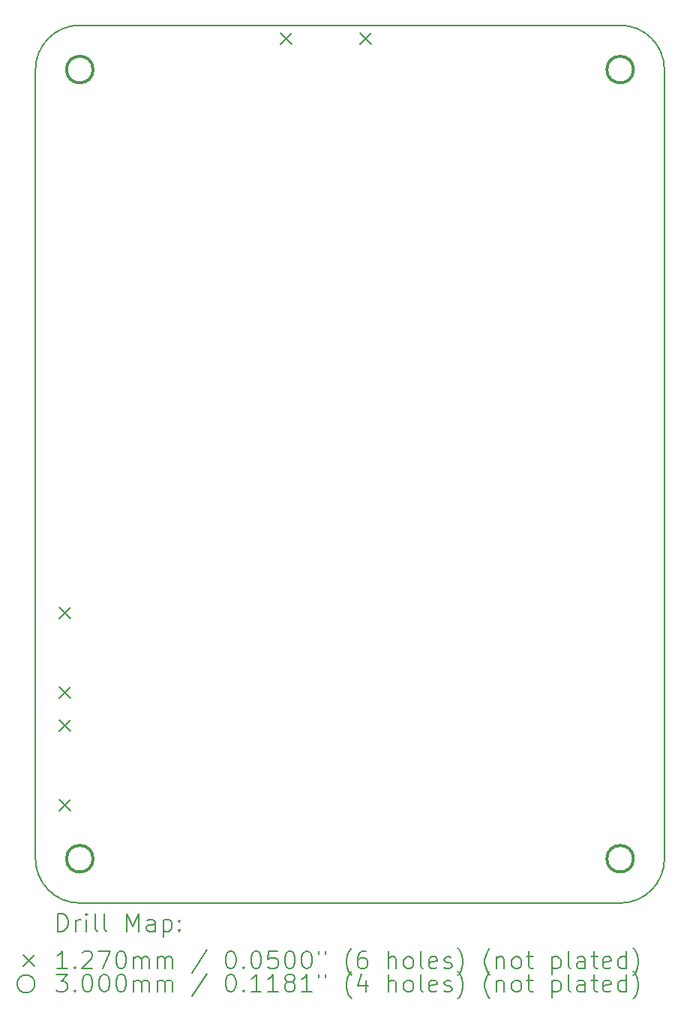
<source format=gbr>
%TF.GenerationSoftware,KiCad,Pcbnew,8.0.1*%
%TF.CreationDate,2024-04-15T13:35:22-05:00*%
%TF.ProjectId,Power-Secondary,506f7765-722d-4536-9563-6f6e64617279,rev?*%
%TF.SameCoordinates,Original*%
%TF.FileFunction,Drillmap*%
%TF.FilePolarity,Positive*%
%FSLAX45Y45*%
G04 Gerber Fmt 4.5, Leading zero omitted, Abs format (unit mm)*
G04 Created by KiCad (PCBNEW 8.0.1) date 2024-04-15 13:35:22*
%MOMM*%
%LPD*%
G01*
G04 APERTURE LIST*
%ADD10C,0.150000*%
%ADD11C,0.200000*%
%ADD12C,0.127000*%
%ADD13C,0.300000*%
G04 APERTURE END LIST*
D10*
X22100000Y-2850000D02*
X22100000Y-11750000D01*
X21600000Y-2350000D02*
G75*
G02*
X22100000Y-2850000I0J-500000D01*
G01*
X21600000Y-12250000D02*
X15500000Y-12250000D01*
X15000000Y-2850000D02*
X15000000Y-11750000D01*
X22100000Y-11750000D02*
G75*
G02*
X21600000Y-12250000I-500000J0D01*
G01*
X15500000Y-12250000D02*
G75*
G02*
X15000000Y-11750000I0J500000D01*
G01*
X15500000Y-2350000D02*
X21600000Y-2350000D01*
X15000000Y-2850000D02*
G75*
G02*
X15500000Y-2350000I500000J0D01*
G01*
D11*
D12*
X15265500Y-8911500D02*
X15392500Y-9038500D01*
X15392500Y-8911500D02*
X15265500Y-9038500D01*
X15265500Y-9811500D02*
X15392500Y-9938500D01*
X15392500Y-9811500D02*
X15265500Y-9938500D01*
X15265500Y-10186500D02*
X15392500Y-10313500D01*
X15392500Y-10186500D02*
X15265500Y-10313500D01*
X15265500Y-11086500D02*
X15392500Y-11213500D01*
X15392500Y-11086500D02*
X15265500Y-11213500D01*
X17766500Y-2440500D02*
X17893500Y-2567500D01*
X17893500Y-2440500D02*
X17766500Y-2567500D01*
X18666500Y-2440500D02*
X18793500Y-2567500D01*
X18793500Y-2440500D02*
X18666500Y-2567500D01*
D13*
X15650000Y-2850000D02*
G75*
G02*
X15350000Y-2850000I-150000J0D01*
G01*
X15350000Y-2850000D02*
G75*
G02*
X15650000Y-2850000I150000J0D01*
G01*
X15650000Y-11750000D02*
G75*
G02*
X15350000Y-11750000I-150000J0D01*
G01*
X15350000Y-11750000D02*
G75*
G02*
X15650000Y-11750000I150000J0D01*
G01*
X21750000Y-2850000D02*
G75*
G02*
X21450000Y-2850000I-150000J0D01*
G01*
X21450000Y-2850000D02*
G75*
G02*
X21750000Y-2850000I150000J0D01*
G01*
X21750000Y-11750000D02*
G75*
G02*
X21450000Y-11750000I-150000J0D01*
G01*
X21450000Y-11750000D02*
G75*
G02*
X21750000Y-11750000I150000J0D01*
G01*
D11*
X15253277Y-12568984D02*
X15253277Y-12368984D01*
X15253277Y-12368984D02*
X15300896Y-12368984D01*
X15300896Y-12368984D02*
X15329467Y-12378508D01*
X15329467Y-12378508D02*
X15348515Y-12397555D01*
X15348515Y-12397555D02*
X15358039Y-12416603D01*
X15358039Y-12416603D02*
X15367562Y-12454698D01*
X15367562Y-12454698D02*
X15367562Y-12483269D01*
X15367562Y-12483269D02*
X15358039Y-12521365D01*
X15358039Y-12521365D02*
X15348515Y-12540412D01*
X15348515Y-12540412D02*
X15329467Y-12559460D01*
X15329467Y-12559460D02*
X15300896Y-12568984D01*
X15300896Y-12568984D02*
X15253277Y-12568984D01*
X15453277Y-12568984D02*
X15453277Y-12435650D01*
X15453277Y-12473746D02*
X15462801Y-12454698D01*
X15462801Y-12454698D02*
X15472324Y-12445174D01*
X15472324Y-12445174D02*
X15491372Y-12435650D01*
X15491372Y-12435650D02*
X15510420Y-12435650D01*
X15577086Y-12568984D02*
X15577086Y-12435650D01*
X15577086Y-12368984D02*
X15567562Y-12378508D01*
X15567562Y-12378508D02*
X15577086Y-12388031D01*
X15577086Y-12388031D02*
X15586610Y-12378508D01*
X15586610Y-12378508D02*
X15577086Y-12368984D01*
X15577086Y-12368984D02*
X15577086Y-12388031D01*
X15700896Y-12568984D02*
X15681848Y-12559460D01*
X15681848Y-12559460D02*
X15672324Y-12540412D01*
X15672324Y-12540412D02*
X15672324Y-12368984D01*
X15805658Y-12568984D02*
X15786610Y-12559460D01*
X15786610Y-12559460D02*
X15777086Y-12540412D01*
X15777086Y-12540412D02*
X15777086Y-12368984D01*
X16034229Y-12568984D02*
X16034229Y-12368984D01*
X16034229Y-12368984D02*
X16100896Y-12511841D01*
X16100896Y-12511841D02*
X16167562Y-12368984D01*
X16167562Y-12368984D02*
X16167562Y-12568984D01*
X16348515Y-12568984D02*
X16348515Y-12464222D01*
X16348515Y-12464222D02*
X16338991Y-12445174D01*
X16338991Y-12445174D02*
X16319943Y-12435650D01*
X16319943Y-12435650D02*
X16281848Y-12435650D01*
X16281848Y-12435650D02*
X16262801Y-12445174D01*
X16348515Y-12559460D02*
X16329467Y-12568984D01*
X16329467Y-12568984D02*
X16281848Y-12568984D01*
X16281848Y-12568984D02*
X16262801Y-12559460D01*
X16262801Y-12559460D02*
X16253277Y-12540412D01*
X16253277Y-12540412D02*
X16253277Y-12521365D01*
X16253277Y-12521365D02*
X16262801Y-12502317D01*
X16262801Y-12502317D02*
X16281848Y-12492793D01*
X16281848Y-12492793D02*
X16329467Y-12492793D01*
X16329467Y-12492793D02*
X16348515Y-12483269D01*
X16443753Y-12435650D02*
X16443753Y-12635650D01*
X16443753Y-12445174D02*
X16462801Y-12435650D01*
X16462801Y-12435650D02*
X16500896Y-12435650D01*
X16500896Y-12435650D02*
X16519943Y-12445174D01*
X16519943Y-12445174D02*
X16529467Y-12454698D01*
X16529467Y-12454698D02*
X16538991Y-12473746D01*
X16538991Y-12473746D02*
X16538991Y-12530888D01*
X16538991Y-12530888D02*
X16529467Y-12549936D01*
X16529467Y-12549936D02*
X16519943Y-12559460D01*
X16519943Y-12559460D02*
X16500896Y-12568984D01*
X16500896Y-12568984D02*
X16462801Y-12568984D01*
X16462801Y-12568984D02*
X16443753Y-12559460D01*
X16624705Y-12549936D02*
X16634229Y-12559460D01*
X16634229Y-12559460D02*
X16624705Y-12568984D01*
X16624705Y-12568984D02*
X16615182Y-12559460D01*
X16615182Y-12559460D02*
X16624705Y-12549936D01*
X16624705Y-12549936D02*
X16624705Y-12568984D01*
X16624705Y-12445174D02*
X16634229Y-12454698D01*
X16634229Y-12454698D02*
X16624705Y-12464222D01*
X16624705Y-12464222D02*
X16615182Y-12454698D01*
X16615182Y-12454698D02*
X16624705Y-12445174D01*
X16624705Y-12445174D02*
X16624705Y-12464222D01*
D12*
X14865500Y-12834000D02*
X14992500Y-12961000D01*
X14992500Y-12834000D02*
X14865500Y-12961000D01*
D11*
X15358039Y-12988984D02*
X15243753Y-12988984D01*
X15300896Y-12988984D02*
X15300896Y-12788984D01*
X15300896Y-12788984D02*
X15281848Y-12817555D01*
X15281848Y-12817555D02*
X15262801Y-12836603D01*
X15262801Y-12836603D02*
X15243753Y-12846127D01*
X15443753Y-12969936D02*
X15453277Y-12979460D01*
X15453277Y-12979460D02*
X15443753Y-12988984D01*
X15443753Y-12988984D02*
X15434229Y-12979460D01*
X15434229Y-12979460D02*
X15443753Y-12969936D01*
X15443753Y-12969936D02*
X15443753Y-12988984D01*
X15529467Y-12808031D02*
X15538991Y-12798508D01*
X15538991Y-12798508D02*
X15558039Y-12788984D01*
X15558039Y-12788984D02*
X15605658Y-12788984D01*
X15605658Y-12788984D02*
X15624705Y-12798508D01*
X15624705Y-12798508D02*
X15634229Y-12808031D01*
X15634229Y-12808031D02*
X15643753Y-12827079D01*
X15643753Y-12827079D02*
X15643753Y-12846127D01*
X15643753Y-12846127D02*
X15634229Y-12874698D01*
X15634229Y-12874698D02*
X15519943Y-12988984D01*
X15519943Y-12988984D02*
X15643753Y-12988984D01*
X15710420Y-12788984D02*
X15843753Y-12788984D01*
X15843753Y-12788984D02*
X15758039Y-12988984D01*
X15958039Y-12788984D02*
X15977086Y-12788984D01*
X15977086Y-12788984D02*
X15996134Y-12798508D01*
X15996134Y-12798508D02*
X16005658Y-12808031D01*
X16005658Y-12808031D02*
X16015182Y-12827079D01*
X16015182Y-12827079D02*
X16024705Y-12865174D01*
X16024705Y-12865174D02*
X16024705Y-12912793D01*
X16024705Y-12912793D02*
X16015182Y-12950888D01*
X16015182Y-12950888D02*
X16005658Y-12969936D01*
X16005658Y-12969936D02*
X15996134Y-12979460D01*
X15996134Y-12979460D02*
X15977086Y-12988984D01*
X15977086Y-12988984D02*
X15958039Y-12988984D01*
X15958039Y-12988984D02*
X15938991Y-12979460D01*
X15938991Y-12979460D02*
X15929467Y-12969936D01*
X15929467Y-12969936D02*
X15919943Y-12950888D01*
X15919943Y-12950888D02*
X15910420Y-12912793D01*
X15910420Y-12912793D02*
X15910420Y-12865174D01*
X15910420Y-12865174D02*
X15919943Y-12827079D01*
X15919943Y-12827079D02*
X15929467Y-12808031D01*
X15929467Y-12808031D02*
X15938991Y-12798508D01*
X15938991Y-12798508D02*
X15958039Y-12788984D01*
X16110420Y-12988984D02*
X16110420Y-12855650D01*
X16110420Y-12874698D02*
X16119943Y-12865174D01*
X16119943Y-12865174D02*
X16138991Y-12855650D01*
X16138991Y-12855650D02*
X16167563Y-12855650D01*
X16167563Y-12855650D02*
X16186610Y-12865174D01*
X16186610Y-12865174D02*
X16196134Y-12884222D01*
X16196134Y-12884222D02*
X16196134Y-12988984D01*
X16196134Y-12884222D02*
X16205658Y-12865174D01*
X16205658Y-12865174D02*
X16224705Y-12855650D01*
X16224705Y-12855650D02*
X16253277Y-12855650D01*
X16253277Y-12855650D02*
X16272324Y-12865174D01*
X16272324Y-12865174D02*
X16281848Y-12884222D01*
X16281848Y-12884222D02*
X16281848Y-12988984D01*
X16377086Y-12988984D02*
X16377086Y-12855650D01*
X16377086Y-12874698D02*
X16386610Y-12865174D01*
X16386610Y-12865174D02*
X16405658Y-12855650D01*
X16405658Y-12855650D02*
X16434229Y-12855650D01*
X16434229Y-12855650D02*
X16453277Y-12865174D01*
X16453277Y-12865174D02*
X16462801Y-12884222D01*
X16462801Y-12884222D02*
X16462801Y-12988984D01*
X16462801Y-12884222D02*
X16472324Y-12865174D01*
X16472324Y-12865174D02*
X16491372Y-12855650D01*
X16491372Y-12855650D02*
X16519943Y-12855650D01*
X16519943Y-12855650D02*
X16538991Y-12865174D01*
X16538991Y-12865174D02*
X16548515Y-12884222D01*
X16548515Y-12884222D02*
X16548515Y-12988984D01*
X16938991Y-12779460D02*
X16767563Y-13036603D01*
X17196134Y-12788984D02*
X17215182Y-12788984D01*
X17215182Y-12788984D02*
X17234229Y-12798508D01*
X17234229Y-12798508D02*
X17243753Y-12808031D01*
X17243753Y-12808031D02*
X17253277Y-12827079D01*
X17253277Y-12827079D02*
X17262801Y-12865174D01*
X17262801Y-12865174D02*
X17262801Y-12912793D01*
X17262801Y-12912793D02*
X17253277Y-12950888D01*
X17253277Y-12950888D02*
X17243753Y-12969936D01*
X17243753Y-12969936D02*
X17234229Y-12979460D01*
X17234229Y-12979460D02*
X17215182Y-12988984D01*
X17215182Y-12988984D02*
X17196134Y-12988984D01*
X17196134Y-12988984D02*
X17177087Y-12979460D01*
X17177087Y-12979460D02*
X17167563Y-12969936D01*
X17167563Y-12969936D02*
X17158039Y-12950888D01*
X17158039Y-12950888D02*
X17148515Y-12912793D01*
X17148515Y-12912793D02*
X17148515Y-12865174D01*
X17148515Y-12865174D02*
X17158039Y-12827079D01*
X17158039Y-12827079D02*
X17167563Y-12808031D01*
X17167563Y-12808031D02*
X17177087Y-12798508D01*
X17177087Y-12798508D02*
X17196134Y-12788984D01*
X17348515Y-12969936D02*
X17358039Y-12979460D01*
X17358039Y-12979460D02*
X17348515Y-12988984D01*
X17348515Y-12988984D02*
X17338991Y-12979460D01*
X17338991Y-12979460D02*
X17348515Y-12969936D01*
X17348515Y-12969936D02*
X17348515Y-12988984D01*
X17481848Y-12788984D02*
X17500896Y-12788984D01*
X17500896Y-12788984D02*
X17519944Y-12798508D01*
X17519944Y-12798508D02*
X17529468Y-12808031D01*
X17529468Y-12808031D02*
X17538991Y-12827079D01*
X17538991Y-12827079D02*
X17548515Y-12865174D01*
X17548515Y-12865174D02*
X17548515Y-12912793D01*
X17548515Y-12912793D02*
X17538991Y-12950888D01*
X17538991Y-12950888D02*
X17529468Y-12969936D01*
X17529468Y-12969936D02*
X17519944Y-12979460D01*
X17519944Y-12979460D02*
X17500896Y-12988984D01*
X17500896Y-12988984D02*
X17481848Y-12988984D01*
X17481848Y-12988984D02*
X17462801Y-12979460D01*
X17462801Y-12979460D02*
X17453277Y-12969936D01*
X17453277Y-12969936D02*
X17443753Y-12950888D01*
X17443753Y-12950888D02*
X17434229Y-12912793D01*
X17434229Y-12912793D02*
X17434229Y-12865174D01*
X17434229Y-12865174D02*
X17443753Y-12827079D01*
X17443753Y-12827079D02*
X17453277Y-12808031D01*
X17453277Y-12808031D02*
X17462801Y-12798508D01*
X17462801Y-12798508D02*
X17481848Y-12788984D01*
X17729468Y-12788984D02*
X17634229Y-12788984D01*
X17634229Y-12788984D02*
X17624706Y-12884222D01*
X17624706Y-12884222D02*
X17634229Y-12874698D01*
X17634229Y-12874698D02*
X17653277Y-12865174D01*
X17653277Y-12865174D02*
X17700896Y-12865174D01*
X17700896Y-12865174D02*
X17719944Y-12874698D01*
X17719944Y-12874698D02*
X17729468Y-12884222D01*
X17729468Y-12884222D02*
X17738991Y-12903269D01*
X17738991Y-12903269D02*
X17738991Y-12950888D01*
X17738991Y-12950888D02*
X17729468Y-12969936D01*
X17729468Y-12969936D02*
X17719944Y-12979460D01*
X17719944Y-12979460D02*
X17700896Y-12988984D01*
X17700896Y-12988984D02*
X17653277Y-12988984D01*
X17653277Y-12988984D02*
X17634229Y-12979460D01*
X17634229Y-12979460D02*
X17624706Y-12969936D01*
X17862801Y-12788984D02*
X17881849Y-12788984D01*
X17881849Y-12788984D02*
X17900896Y-12798508D01*
X17900896Y-12798508D02*
X17910420Y-12808031D01*
X17910420Y-12808031D02*
X17919944Y-12827079D01*
X17919944Y-12827079D02*
X17929468Y-12865174D01*
X17929468Y-12865174D02*
X17929468Y-12912793D01*
X17929468Y-12912793D02*
X17919944Y-12950888D01*
X17919944Y-12950888D02*
X17910420Y-12969936D01*
X17910420Y-12969936D02*
X17900896Y-12979460D01*
X17900896Y-12979460D02*
X17881849Y-12988984D01*
X17881849Y-12988984D02*
X17862801Y-12988984D01*
X17862801Y-12988984D02*
X17843753Y-12979460D01*
X17843753Y-12979460D02*
X17834229Y-12969936D01*
X17834229Y-12969936D02*
X17824706Y-12950888D01*
X17824706Y-12950888D02*
X17815182Y-12912793D01*
X17815182Y-12912793D02*
X17815182Y-12865174D01*
X17815182Y-12865174D02*
X17824706Y-12827079D01*
X17824706Y-12827079D02*
X17834229Y-12808031D01*
X17834229Y-12808031D02*
X17843753Y-12798508D01*
X17843753Y-12798508D02*
X17862801Y-12788984D01*
X18053277Y-12788984D02*
X18072325Y-12788984D01*
X18072325Y-12788984D02*
X18091372Y-12798508D01*
X18091372Y-12798508D02*
X18100896Y-12808031D01*
X18100896Y-12808031D02*
X18110420Y-12827079D01*
X18110420Y-12827079D02*
X18119944Y-12865174D01*
X18119944Y-12865174D02*
X18119944Y-12912793D01*
X18119944Y-12912793D02*
X18110420Y-12950888D01*
X18110420Y-12950888D02*
X18100896Y-12969936D01*
X18100896Y-12969936D02*
X18091372Y-12979460D01*
X18091372Y-12979460D02*
X18072325Y-12988984D01*
X18072325Y-12988984D02*
X18053277Y-12988984D01*
X18053277Y-12988984D02*
X18034229Y-12979460D01*
X18034229Y-12979460D02*
X18024706Y-12969936D01*
X18024706Y-12969936D02*
X18015182Y-12950888D01*
X18015182Y-12950888D02*
X18005658Y-12912793D01*
X18005658Y-12912793D02*
X18005658Y-12865174D01*
X18005658Y-12865174D02*
X18015182Y-12827079D01*
X18015182Y-12827079D02*
X18024706Y-12808031D01*
X18024706Y-12808031D02*
X18034229Y-12798508D01*
X18034229Y-12798508D02*
X18053277Y-12788984D01*
X18196134Y-12788984D02*
X18196134Y-12827079D01*
X18272325Y-12788984D02*
X18272325Y-12827079D01*
X18567563Y-13065174D02*
X18558039Y-13055650D01*
X18558039Y-13055650D02*
X18538991Y-13027079D01*
X18538991Y-13027079D02*
X18529468Y-13008031D01*
X18529468Y-13008031D02*
X18519944Y-12979460D01*
X18519944Y-12979460D02*
X18510420Y-12931841D01*
X18510420Y-12931841D02*
X18510420Y-12893746D01*
X18510420Y-12893746D02*
X18519944Y-12846127D01*
X18519944Y-12846127D02*
X18529468Y-12817555D01*
X18529468Y-12817555D02*
X18538991Y-12798508D01*
X18538991Y-12798508D02*
X18558039Y-12769936D01*
X18558039Y-12769936D02*
X18567563Y-12760412D01*
X18729468Y-12788984D02*
X18691372Y-12788984D01*
X18691372Y-12788984D02*
X18672325Y-12798508D01*
X18672325Y-12798508D02*
X18662801Y-12808031D01*
X18662801Y-12808031D02*
X18643753Y-12836603D01*
X18643753Y-12836603D02*
X18634230Y-12874698D01*
X18634230Y-12874698D02*
X18634230Y-12950888D01*
X18634230Y-12950888D02*
X18643753Y-12969936D01*
X18643753Y-12969936D02*
X18653277Y-12979460D01*
X18653277Y-12979460D02*
X18672325Y-12988984D01*
X18672325Y-12988984D02*
X18710420Y-12988984D01*
X18710420Y-12988984D02*
X18729468Y-12979460D01*
X18729468Y-12979460D02*
X18738991Y-12969936D01*
X18738991Y-12969936D02*
X18748515Y-12950888D01*
X18748515Y-12950888D02*
X18748515Y-12903269D01*
X18748515Y-12903269D02*
X18738991Y-12884222D01*
X18738991Y-12884222D02*
X18729468Y-12874698D01*
X18729468Y-12874698D02*
X18710420Y-12865174D01*
X18710420Y-12865174D02*
X18672325Y-12865174D01*
X18672325Y-12865174D02*
X18653277Y-12874698D01*
X18653277Y-12874698D02*
X18643753Y-12884222D01*
X18643753Y-12884222D02*
X18634230Y-12903269D01*
X18986611Y-12988984D02*
X18986611Y-12788984D01*
X19072325Y-12988984D02*
X19072325Y-12884222D01*
X19072325Y-12884222D02*
X19062801Y-12865174D01*
X19062801Y-12865174D02*
X19043753Y-12855650D01*
X19043753Y-12855650D02*
X19015182Y-12855650D01*
X19015182Y-12855650D02*
X18996134Y-12865174D01*
X18996134Y-12865174D02*
X18986611Y-12874698D01*
X19196134Y-12988984D02*
X19177087Y-12979460D01*
X19177087Y-12979460D02*
X19167563Y-12969936D01*
X19167563Y-12969936D02*
X19158039Y-12950888D01*
X19158039Y-12950888D02*
X19158039Y-12893746D01*
X19158039Y-12893746D02*
X19167563Y-12874698D01*
X19167563Y-12874698D02*
X19177087Y-12865174D01*
X19177087Y-12865174D02*
X19196134Y-12855650D01*
X19196134Y-12855650D02*
X19224706Y-12855650D01*
X19224706Y-12855650D02*
X19243753Y-12865174D01*
X19243753Y-12865174D02*
X19253277Y-12874698D01*
X19253277Y-12874698D02*
X19262801Y-12893746D01*
X19262801Y-12893746D02*
X19262801Y-12950888D01*
X19262801Y-12950888D02*
X19253277Y-12969936D01*
X19253277Y-12969936D02*
X19243753Y-12979460D01*
X19243753Y-12979460D02*
X19224706Y-12988984D01*
X19224706Y-12988984D02*
X19196134Y-12988984D01*
X19377087Y-12988984D02*
X19358039Y-12979460D01*
X19358039Y-12979460D02*
X19348515Y-12960412D01*
X19348515Y-12960412D02*
X19348515Y-12788984D01*
X19529468Y-12979460D02*
X19510420Y-12988984D01*
X19510420Y-12988984D02*
X19472325Y-12988984D01*
X19472325Y-12988984D02*
X19453277Y-12979460D01*
X19453277Y-12979460D02*
X19443753Y-12960412D01*
X19443753Y-12960412D02*
X19443753Y-12884222D01*
X19443753Y-12884222D02*
X19453277Y-12865174D01*
X19453277Y-12865174D02*
X19472325Y-12855650D01*
X19472325Y-12855650D02*
X19510420Y-12855650D01*
X19510420Y-12855650D02*
X19529468Y-12865174D01*
X19529468Y-12865174D02*
X19538992Y-12884222D01*
X19538992Y-12884222D02*
X19538992Y-12903269D01*
X19538992Y-12903269D02*
X19443753Y-12922317D01*
X19615182Y-12979460D02*
X19634230Y-12988984D01*
X19634230Y-12988984D02*
X19672325Y-12988984D01*
X19672325Y-12988984D02*
X19691373Y-12979460D01*
X19691373Y-12979460D02*
X19700896Y-12960412D01*
X19700896Y-12960412D02*
X19700896Y-12950888D01*
X19700896Y-12950888D02*
X19691373Y-12931841D01*
X19691373Y-12931841D02*
X19672325Y-12922317D01*
X19672325Y-12922317D02*
X19643753Y-12922317D01*
X19643753Y-12922317D02*
X19624706Y-12912793D01*
X19624706Y-12912793D02*
X19615182Y-12893746D01*
X19615182Y-12893746D02*
X19615182Y-12884222D01*
X19615182Y-12884222D02*
X19624706Y-12865174D01*
X19624706Y-12865174D02*
X19643753Y-12855650D01*
X19643753Y-12855650D02*
X19672325Y-12855650D01*
X19672325Y-12855650D02*
X19691373Y-12865174D01*
X19767563Y-13065174D02*
X19777087Y-13055650D01*
X19777087Y-13055650D02*
X19796134Y-13027079D01*
X19796134Y-13027079D02*
X19805658Y-13008031D01*
X19805658Y-13008031D02*
X19815182Y-12979460D01*
X19815182Y-12979460D02*
X19824706Y-12931841D01*
X19824706Y-12931841D02*
X19824706Y-12893746D01*
X19824706Y-12893746D02*
X19815182Y-12846127D01*
X19815182Y-12846127D02*
X19805658Y-12817555D01*
X19805658Y-12817555D02*
X19796134Y-12798508D01*
X19796134Y-12798508D02*
X19777087Y-12769936D01*
X19777087Y-12769936D02*
X19767563Y-12760412D01*
X20129468Y-13065174D02*
X20119944Y-13055650D01*
X20119944Y-13055650D02*
X20100896Y-13027079D01*
X20100896Y-13027079D02*
X20091373Y-13008031D01*
X20091373Y-13008031D02*
X20081849Y-12979460D01*
X20081849Y-12979460D02*
X20072325Y-12931841D01*
X20072325Y-12931841D02*
X20072325Y-12893746D01*
X20072325Y-12893746D02*
X20081849Y-12846127D01*
X20081849Y-12846127D02*
X20091373Y-12817555D01*
X20091373Y-12817555D02*
X20100896Y-12798508D01*
X20100896Y-12798508D02*
X20119944Y-12769936D01*
X20119944Y-12769936D02*
X20129468Y-12760412D01*
X20205658Y-12855650D02*
X20205658Y-12988984D01*
X20205658Y-12874698D02*
X20215182Y-12865174D01*
X20215182Y-12865174D02*
X20234230Y-12855650D01*
X20234230Y-12855650D02*
X20262801Y-12855650D01*
X20262801Y-12855650D02*
X20281849Y-12865174D01*
X20281849Y-12865174D02*
X20291373Y-12884222D01*
X20291373Y-12884222D02*
X20291373Y-12988984D01*
X20415182Y-12988984D02*
X20396134Y-12979460D01*
X20396134Y-12979460D02*
X20386611Y-12969936D01*
X20386611Y-12969936D02*
X20377087Y-12950888D01*
X20377087Y-12950888D02*
X20377087Y-12893746D01*
X20377087Y-12893746D02*
X20386611Y-12874698D01*
X20386611Y-12874698D02*
X20396134Y-12865174D01*
X20396134Y-12865174D02*
X20415182Y-12855650D01*
X20415182Y-12855650D02*
X20443754Y-12855650D01*
X20443754Y-12855650D02*
X20462801Y-12865174D01*
X20462801Y-12865174D02*
X20472325Y-12874698D01*
X20472325Y-12874698D02*
X20481849Y-12893746D01*
X20481849Y-12893746D02*
X20481849Y-12950888D01*
X20481849Y-12950888D02*
X20472325Y-12969936D01*
X20472325Y-12969936D02*
X20462801Y-12979460D01*
X20462801Y-12979460D02*
X20443754Y-12988984D01*
X20443754Y-12988984D02*
X20415182Y-12988984D01*
X20538992Y-12855650D02*
X20615182Y-12855650D01*
X20567563Y-12788984D02*
X20567563Y-12960412D01*
X20567563Y-12960412D02*
X20577087Y-12979460D01*
X20577087Y-12979460D02*
X20596134Y-12988984D01*
X20596134Y-12988984D02*
X20615182Y-12988984D01*
X20834230Y-12855650D02*
X20834230Y-13055650D01*
X20834230Y-12865174D02*
X20853277Y-12855650D01*
X20853277Y-12855650D02*
X20891373Y-12855650D01*
X20891373Y-12855650D02*
X20910420Y-12865174D01*
X20910420Y-12865174D02*
X20919944Y-12874698D01*
X20919944Y-12874698D02*
X20929468Y-12893746D01*
X20929468Y-12893746D02*
X20929468Y-12950888D01*
X20929468Y-12950888D02*
X20919944Y-12969936D01*
X20919944Y-12969936D02*
X20910420Y-12979460D01*
X20910420Y-12979460D02*
X20891373Y-12988984D01*
X20891373Y-12988984D02*
X20853277Y-12988984D01*
X20853277Y-12988984D02*
X20834230Y-12979460D01*
X21043754Y-12988984D02*
X21024706Y-12979460D01*
X21024706Y-12979460D02*
X21015182Y-12960412D01*
X21015182Y-12960412D02*
X21015182Y-12788984D01*
X21205658Y-12988984D02*
X21205658Y-12884222D01*
X21205658Y-12884222D02*
X21196135Y-12865174D01*
X21196135Y-12865174D02*
X21177087Y-12855650D01*
X21177087Y-12855650D02*
X21138992Y-12855650D01*
X21138992Y-12855650D02*
X21119944Y-12865174D01*
X21205658Y-12979460D02*
X21186611Y-12988984D01*
X21186611Y-12988984D02*
X21138992Y-12988984D01*
X21138992Y-12988984D02*
X21119944Y-12979460D01*
X21119944Y-12979460D02*
X21110420Y-12960412D01*
X21110420Y-12960412D02*
X21110420Y-12941365D01*
X21110420Y-12941365D02*
X21119944Y-12922317D01*
X21119944Y-12922317D02*
X21138992Y-12912793D01*
X21138992Y-12912793D02*
X21186611Y-12912793D01*
X21186611Y-12912793D02*
X21205658Y-12903269D01*
X21272325Y-12855650D02*
X21348515Y-12855650D01*
X21300896Y-12788984D02*
X21300896Y-12960412D01*
X21300896Y-12960412D02*
X21310420Y-12979460D01*
X21310420Y-12979460D02*
X21329468Y-12988984D01*
X21329468Y-12988984D02*
X21348515Y-12988984D01*
X21491373Y-12979460D02*
X21472325Y-12988984D01*
X21472325Y-12988984D02*
X21434230Y-12988984D01*
X21434230Y-12988984D02*
X21415182Y-12979460D01*
X21415182Y-12979460D02*
X21405658Y-12960412D01*
X21405658Y-12960412D02*
X21405658Y-12884222D01*
X21405658Y-12884222D02*
X21415182Y-12865174D01*
X21415182Y-12865174D02*
X21434230Y-12855650D01*
X21434230Y-12855650D02*
X21472325Y-12855650D01*
X21472325Y-12855650D02*
X21491373Y-12865174D01*
X21491373Y-12865174D02*
X21500896Y-12884222D01*
X21500896Y-12884222D02*
X21500896Y-12903269D01*
X21500896Y-12903269D02*
X21405658Y-12922317D01*
X21672325Y-12988984D02*
X21672325Y-12788984D01*
X21672325Y-12979460D02*
X21653277Y-12988984D01*
X21653277Y-12988984D02*
X21615182Y-12988984D01*
X21615182Y-12988984D02*
X21596135Y-12979460D01*
X21596135Y-12979460D02*
X21586611Y-12969936D01*
X21586611Y-12969936D02*
X21577087Y-12950888D01*
X21577087Y-12950888D02*
X21577087Y-12893746D01*
X21577087Y-12893746D02*
X21586611Y-12874698D01*
X21586611Y-12874698D02*
X21596135Y-12865174D01*
X21596135Y-12865174D02*
X21615182Y-12855650D01*
X21615182Y-12855650D02*
X21653277Y-12855650D01*
X21653277Y-12855650D02*
X21672325Y-12865174D01*
X21748516Y-13065174D02*
X21758039Y-13055650D01*
X21758039Y-13055650D02*
X21777087Y-13027079D01*
X21777087Y-13027079D02*
X21786611Y-13008031D01*
X21786611Y-13008031D02*
X21796135Y-12979460D01*
X21796135Y-12979460D02*
X21805658Y-12931841D01*
X21805658Y-12931841D02*
X21805658Y-12893746D01*
X21805658Y-12893746D02*
X21796135Y-12846127D01*
X21796135Y-12846127D02*
X21786611Y-12817555D01*
X21786611Y-12817555D02*
X21777087Y-12798508D01*
X21777087Y-12798508D02*
X21758039Y-12769936D01*
X21758039Y-12769936D02*
X21748516Y-12760412D01*
X14992500Y-13161500D02*
G75*
G02*
X14792500Y-13161500I-100000J0D01*
G01*
X14792500Y-13161500D02*
G75*
G02*
X14992500Y-13161500I100000J0D01*
G01*
X15234229Y-13052984D02*
X15358039Y-13052984D01*
X15358039Y-13052984D02*
X15291372Y-13129174D01*
X15291372Y-13129174D02*
X15319943Y-13129174D01*
X15319943Y-13129174D02*
X15338991Y-13138698D01*
X15338991Y-13138698D02*
X15348515Y-13148222D01*
X15348515Y-13148222D02*
X15358039Y-13167269D01*
X15358039Y-13167269D02*
X15358039Y-13214888D01*
X15358039Y-13214888D02*
X15348515Y-13233936D01*
X15348515Y-13233936D02*
X15338991Y-13243460D01*
X15338991Y-13243460D02*
X15319943Y-13252984D01*
X15319943Y-13252984D02*
X15262801Y-13252984D01*
X15262801Y-13252984D02*
X15243753Y-13243460D01*
X15243753Y-13243460D02*
X15234229Y-13233936D01*
X15443753Y-13233936D02*
X15453277Y-13243460D01*
X15453277Y-13243460D02*
X15443753Y-13252984D01*
X15443753Y-13252984D02*
X15434229Y-13243460D01*
X15434229Y-13243460D02*
X15443753Y-13233936D01*
X15443753Y-13233936D02*
X15443753Y-13252984D01*
X15577086Y-13052984D02*
X15596134Y-13052984D01*
X15596134Y-13052984D02*
X15615182Y-13062508D01*
X15615182Y-13062508D02*
X15624705Y-13072031D01*
X15624705Y-13072031D02*
X15634229Y-13091079D01*
X15634229Y-13091079D02*
X15643753Y-13129174D01*
X15643753Y-13129174D02*
X15643753Y-13176793D01*
X15643753Y-13176793D02*
X15634229Y-13214888D01*
X15634229Y-13214888D02*
X15624705Y-13233936D01*
X15624705Y-13233936D02*
X15615182Y-13243460D01*
X15615182Y-13243460D02*
X15596134Y-13252984D01*
X15596134Y-13252984D02*
X15577086Y-13252984D01*
X15577086Y-13252984D02*
X15558039Y-13243460D01*
X15558039Y-13243460D02*
X15548515Y-13233936D01*
X15548515Y-13233936D02*
X15538991Y-13214888D01*
X15538991Y-13214888D02*
X15529467Y-13176793D01*
X15529467Y-13176793D02*
X15529467Y-13129174D01*
X15529467Y-13129174D02*
X15538991Y-13091079D01*
X15538991Y-13091079D02*
X15548515Y-13072031D01*
X15548515Y-13072031D02*
X15558039Y-13062508D01*
X15558039Y-13062508D02*
X15577086Y-13052984D01*
X15767562Y-13052984D02*
X15786610Y-13052984D01*
X15786610Y-13052984D02*
X15805658Y-13062508D01*
X15805658Y-13062508D02*
X15815182Y-13072031D01*
X15815182Y-13072031D02*
X15824705Y-13091079D01*
X15824705Y-13091079D02*
X15834229Y-13129174D01*
X15834229Y-13129174D02*
X15834229Y-13176793D01*
X15834229Y-13176793D02*
X15824705Y-13214888D01*
X15824705Y-13214888D02*
X15815182Y-13233936D01*
X15815182Y-13233936D02*
X15805658Y-13243460D01*
X15805658Y-13243460D02*
X15786610Y-13252984D01*
X15786610Y-13252984D02*
X15767562Y-13252984D01*
X15767562Y-13252984D02*
X15748515Y-13243460D01*
X15748515Y-13243460D02*
X15738991Y-13233936D01*
X15738991Y-13233936D02*
X15729467Y-13214888D01*
X15729467Y-13214888D02*
X15719943Y-13176793D01*
X15719943Y-13176793D02*
X15719943Y-13129174D01*
X15719943Y-13129174D02*
X15729467Y-13091079D01*
X15729467Y-13091079D02*
X15738991Y-13072031D01*
X15738991Y-13072031D02*
X15748515Y-13062508D01*
X15748515Y-13062508D02*
X15767562Y-13052984D01*
X15958039Y-13052984D02*
X15977086Y-13052984D01*
X15977086Y-13052984D02*
X15996134Y-13062508D01*
X15996134Y-13062508D02*
X16005658Y-13072031D01*
X16005658Y-13072031D02*
X16015182Y-13091079D01*
X16015182Y-13091079D02*
X16024705Y-13129174D01*
X16024705Y-13129174D02*
X16024705Y-13176793D01*
X16024705Y-13176793D02*
X16015182Y-13214888D01*
X16015182Y-13214888D02*
X16005658Y-13233936D01*
X16005658Y-13233936D02*
X15996134Y-13243460D01*
X15996134Y-13243460D02*
X15977086Y-13252984D01*
X15977086Y-13252984D02*
X15958039Y-13252984D01*
X15958039Y-13252984D02*
X15938991Y-13243460D01*
X15938991Y-13243460D02*
X15929467Y-13233936D01*
X15929467Y-13233936D02*
X15919943Y-13214888D01*
X15919943Y-13214888D02*
X15910420Y-13176793D01*
X15910420Y-13176793D02*
X15910420Y-13129174D01*
X15910420Y-13129174D02*
X15919943Y-13091079D01*
X15919943Y-13091079D02*
X15929467Y-13072031D01*
X15929467Y-13072031D02*
X15938991Y-13062508D01*
X15938991Y-13062508D02*
X15958039Y-13052984D01*
X16110420Y-13252984D02*
X16110420Y-13119650D01*
X16110420Y-13138698D02*
X16119943Y-13129174D01*
X16119943Y-13129174D02*
X16138991Y-13119650D01*
X16138991Y-13119650D02*
X16167563Y-13119650D01*
X16167563Y-13119650D02*
X16186610Y-13129174D01*
X16186610Y-13129174D02*
X16196134Y-13148222D01*
X16196134Y-13148222D02*
X16196134Y-13252984D01*
X16196134Y-13148222D02*
X16205658Y-13129174D01*
X16205658Y-13129174D02*
X16224705Y-13119650D01*
X16224705Y-13119650D02*
X16253277Y-13119650D01*
X16253277Y-13119650D02*
X16272324Y-13129174D01*
X16272324Y-13129174D02*
X16281848Y-13148222D01*
X16281848Y-13148222D02*
X16281848Y-13252984D01*
X16377086Y-13252984D02*
X16377086Y-13119650D01*
X16377086Y-13138698D02*
X16386610Y-13129174D01*
X16386610Y-13129174D02*
X16405658Y-13119650D01*
X16405658Y-13119650D02*
X16434229Y-13119650D01*
X16434229Y-13119650D02*
X16453277Y-13129174D01*
X16453277Y-13129174D02*
X16462801Y-13148222D01*
X16462801Y-13148222D02*
X16462801Y-13252984D01*
X16462801Y-13148222D02*
X16472324Y-13129174D01*
X16472324Y-13129174D02*
X16491372Y-13119650D01*
X16491372Y-13119650D02*
X16519943Y-13119650D01*
X16519943Y-13119650D02*
X16538991Y-13129174D01*
X16538991Y-13129174D02*
X16548515Y-13148222D01*
X16548515Y-13148222D02*
X16548515Y-13252984D01*
X16938991Y-13043460D02*
X16767563Y-13300603D01*
X17196134Y-13052984D02*
X17215182Y-13052984D01*
X17215182Y-13052984D02*
X17234229Y-13062508D01*
X17234229Y-13062508D02*
X17243753Y-13072031D01*
X17243753Y-13072031D02*
X17253277Y-13091079D01*
X17253277Y-13091079D02*
X17262801Y-13129174D01*
X17262801Y-13129174D02*
X17262801Y-13176793D01*
X17262801Y-13176793D02*
X17253277Y-13214888D01*
X17253277Y-13214888D02*
X17243753Y-13233936D01*
X17243753Y-13233936D02*
X17234229Y-13243460D01*
X17234229Y-13243460D02*
X17215182Y-13252984D01*
X17215182Y-13252984D02*
X17196134Y-13252984D01*
X17196134Y-13252984D02*
X17177087Y-13243460D01*
X17177087Y-13243460D02*
X17167563Y-13233936D01*
X17167563Y-13233936D02*
X17158039Y-13214888D01*
X17158039Y-13214888D02*
X17148515Y-13176793D01*
X17148515Y-13176793D02*
X17148515Y-13129174D01*
X17148515Y-13129174D02*
X17158039Y-13091079D01*
X17158039Y-13091079D02*
X17167563Y-13072031D01*
X17167563Y-13072031D02*
X17177087Y-13062508D01*
X17177087Y-13062508D02*
X17196134Y-13052984D01*
X17348515Y-13233936D02*
X17358039Y-13243460D01*
X17358039Y-13243460D02*
X17348515Y-13252984D01*
X17348515Y-13252984D02*
X17338991Y-13243460D01*
X17338991Y-13243460D02*
X17348515Y-13233936D01*
X17348515Y-13233936D02*
X17348515Y-13252984D01*
X17548515Y-13252984D02*
X17434229Y-13252984D01*
X17491372Y-13252984D02*
X17491372Y-13052984D01*
X17491372Y-13052984D02*
X17472325Y-13081555D01*
X17472325Y-13081555D02*
X17453277Y-13100603D01*
X17453277Y-13100603D02*
X17434229Y-13110127D01*
X17738991Y-13252984D02*
X17624706Y-13252984D01*
X17681848Y-13252984D02*
X17681848Y-13052984D01*
X17681848Y-13052984D02*
X17662801Y-13081555D01*
X17662801Y-13081555D02*
X17643753Y-13100603D01*
X17643753Y-13100603D02*
X17624706Y-13110127D01*
X17853277Y-13138698D02*
X17834229Y-13129174D01*
X17834229Y-13129174D02*
X17824706Y-13119650D01*
X17824706Y-13119650D02*
X17815182Y-13100603D01*
X17815182Y-13100603D02*
X17815182Y-13091079D01*
X17815182Y-13091079D02*
X17824706Y-13072031D01*
X17824706Y-13072031D02*
X17834229Y-13062508D01*
X17834229Y-13062508D02*
X17853277Y-13052984D01*
X17853277Y-13052984D02*
X17891372Y-13052984D01*
X17891372Y-13052984D02*
X17910420Y-13062508D01*
X17910420Y-13062508D02*
X17919944Y-13072031D01*
X17919944Y-13072031D02*
X17929468Y-13091079D01*
X17929468Y-13091079D02*
X17929468Y-13100603D01*
X17929468Y-13100603D02*
X17919944Y-13119650D01*
X17919944Y-13119650D02*
X17910420Y-13129174D01*
X17910420Y-13129174D02*
X17891372Y-13138698D01*
X17891372Y-13138698D02*
X17853277Y-13138698D01*
X17853277Y-13138698D02*
X17834229Y-13148222D01*
X17834229Y-13148222D02*
X17824706Y-13157746D01*
X17824706Y-13157746D02*
X17815182Y-13176793D01*
X17815182Y-13176793D02*
X17815182Y-13214888D01*
X17815182Y-13214888D02*
X17824706Y-13233936D01*
X17824706Y-13233936D02*
X17834229Y-13243460D01*
X17834229Y-13243460D02*
X17853277Y-13252984D01*
X17853277Y-13252984D02*
X17891372Y-13252984D01*
X17891372Y-13252984D02*
X17910420Y-13243460D01*
X17910420Y-13243460D02*
X17919944Y-13233936D01*
X17919944Y-13233936D02*
X17929468Y-13214888D01*
X17929468Y-13214888D02*
X17929468Y-13176793D01*
X17929468Y-13176793D02*
X17919944Y-13157746D01*
X17919944Y-13157746D02*
X17910420Y-13148222D01*
X17910420Y-13148222D02*
X17891372Y-13138698D01*
X18119944Y-13252984D02*
X18005658Y-13252984D01*
X18062801Y-13252984D02*
X18062801Y-13052984D01*
X18062801Y-13052984D02*
X18043753Y-13081555D01*
X18043753Y-13081555D02*
X18024706Y-13100603D01*
X18024706Y-13100603D02*
X18005658Y-13110127D01*
X18196134Y-13052984D02*
X18196134Y-13091079D01*
X18272325Y-13052984D02*
X18272325Y-13091079D01*
X18567563Y-13329174D02*
X18558039Y-13319650D01*
X18558039Y-13319650D02*
X18538991Y-13291079D01*
X18538991Y-13291079D02*
X18529468Y-13272031D01*
X18529468Y-13272031D02*
X18519944Y-13243460D01*
X18519944Y-13243460D02*
X18510420Y-13195841D01*
X18510420Y-13195841D02*
X18510420Y-13157746D01*
X18510420Y-13157746D02*
X18519944Y-13110127D01*
X18519944Y-13110127D02*
X18529468Y-13081555D01*
X18529468Y-13081555D02*
X18538991Y-13062508D01*
X18538991Y-13062508D02*
X18558039Y-13033936D01*
X18558039Y-13033936D02*
X18567563Y-13024412D01*
X18729468Y-13119650D02*
X18729468Y-13252984D01*
X18681849Y-13043460D02*
X18634230Y-13186317D01*
X18634230Y-13186317D02*
X18758039Y-13186317D01*
X18986611Y-13252984D02*
X18986611Y-13052984D01*
X19072325Y-13252984D02*
X19072325Y-13148222D01*
X19072325Y-13148222D02*
X19062801Y-13129174D01*
X19062801Y-13129174D02*
X19043753Y-13119650D01*
X19043753Y-13119650D02*
X19015182Y-13119650D01*
X19015182Y-13119650D02*
X18996134Y-13129174D01*
X18996134Y-13129174D02*
X18986611Y-13138698D01*
X19196134Y-13252984D02*
X19177087Y-13243460D01*
X19177087Y-13243460D02*
X19167563Y-13233936D01*
X19167563Y-13233936D02*
X19158039Y-13214888D01*
X19158039Y-13214888D02*
X19158039Y-13157746D01*
X19158039Y-13157746D02*
X19167563Y-13138698D01*
X19167563Y-13138698D02*
X19177087Y-13129174D01*
X19177087Y-13129174D02*
X19196134Y-13119650D01*
X19196134Y-13119650D02*
X19224706Y-13119650D01*
X19224706Y-13119650D02*
X19243753Y-13129174D01*
X19243753Y-13129174D02*
X19253277Y-13138698D01*
X19253277Y-13138698D02*
X19262801Y-13157746D01*
X19262801Y-13157746D02*
X19262801Y-13214888D01*
X19262801Y-13214888D02*
X19253277Y-13233936D01*
X19253277Y-13233936D02*
X19243753Y-13243460D01*
X19243753Y-13243460D02*
X19224706Y-13252984D01*
X19224706Y-13252984D02*
X19196134Y-13252984D01*
X19377087Y-13252984D02*
X19358039Y-13243460D01*
X19358039Y-13243460D02*
X19348515Y-13224412D01*
X19348515Y-13224412D02*
X19348515Y-13052984D01*
X19529468Y-13243460D02*
X19510420Y-13252984D01*
X19510420Y-13252984D02*
X19472325Y-13252984D01*
X19472325Y-13252984D02*
X19453277Y-13243460D01*
X19453277Y-13243460D02*
X19443753Y-13224412D01*
X19443753Y-13224412D02*
X19443753Y-13148222D01*
X19443753Y-13148222D02*
X19453277Y-13129174D01*
X19453277Y-13129174D02*
X19472325Y-13119650D01*
X19472325Y-13119650D02*
X19510420Y-13119650D01*
X19510420Y-13119650D02*
X19529468Y-13129174D01*
X19529468Y-13129174D02*
X19538992Y-13148222D01*
X19538992Y-13148222D02*
X19538992Y-13167269D01*
X19538992Y-13167269D02*
X19443753Y-13186317D01*
X19615182Y-13243460D02*
X19634230Y-13252984D01*
X19634230Y-13252984D02*
X19672325Y-13252984D01*
X19672325Y-13252984D02*
X19691373Y-13243460D01*
X19691373Y-13243460D02*
X19700896Y-13224412D01*
X19700896Y-13224412D02*
X19700896Y-13214888D01*
X19700896Y-13214888D02*
X19691373Y-13195841D01*
X19691373Y-13195841D02*
X19672325Y-13186317D01*
X19672325Y-13186317D02*
X19643753Y-13186317D01*
X19643753Y-13186317D02*
X19624706Y-13176793D01*
X19624706Y-13176793D02*
X19615182Y-13157746D01*
X19615182Y-13157746D02*
X19615182Y-13148222D01*
X19615182Y-13148222D02*
X19624706Y-13129174D01*
X19624706Y-13129174D02*
X19643753Y-13119650D01*
X19643753Y-13119650D02*
X19672325Y-13119650D01*
X19672325Y-13119650D02*
X19691373Y-13129174D01*
X19767563Y-13329174D02*
X19777087Y-13319650D01*
X19777087Y-13319650D02*
X19796134Y-13291079D01*
X19796134Y-13291079D02*
X19805658Y-13272031D01*
X19805658Y-13272031D02*
X19815182Y-13243460D01*
X19815182Y-13243460D02*
X19824706Y-13195841D01*
X19824706Y-13195841D02*
X19824706Y-13157746D01*
X19824706Y-13157746D02*
X19815182Y-13110127D01*
X19815182Y-13110127D02*
X19805658Y-13081555D01*
X19805658Y-13081555D02*
X19796134Y-13062508D01*
X19796134Y-13062508D02*
X19777087Y-13033936D01*
X19777087Y-13033936D02*
X19767563Y-13024412D01*
X20129468Y-13329174D02*
X20119944Y-13319650D01*
X20119944Y-13319650D02*
X20100896Y-13291079D01*
X20100896Y-13291079D02*
X20091373Y-13272031D01*
X20091373Y-13272031D02*
X20081849Y-13243460D01*
X20081849Y-13243460D02*
X20072325Y-13195841D01*
X20072325Y-13195841D02*
X20072325Y-13157746D01*
X20072325Y-13157746D02*
X20081849Y-13110127D01*
X20081849Y-13110127D02*
X20091373Y-13081555D01*
X20091373Y-13081555D02*
X20100896Y-13062508D01*
X20100896Y-13062508D02*
X20119944Y-13033936D01*
X20119944Y-13033936D02*
X20129468Y-13024412D01*
X20205658Y-13119650D02*
X20205658Y-13252984D01*
X20205658Y-13138698D02*
X20215182Y-13129174D01*
X20215182Y-13129174D02*
X20234230Y-13119650D01*
X20234230Y-13119650D02*
X20262801Y-13119650D01*
X20262801Y-13119650D02*
X20281849Y-13129174D01*
X20281849Y-13129174D02*
X20291373Y-13148222D01*
X20291373Y-13148222D02*
X20291373Y-13252984D01*
X20415182Y-13252984D02*
X20396134Y-13243460D01*
X20396134Y-13243460D02*
X20386611Y-13233936D01*
X20386611Y-13233936D02*
X20377087Y-13214888D01*
X20377087Y-13214888D02*
X20377087Y-13157746D01*
X20377087Y-13157746D02*
X20386611Y-13138698D01*
X20386611Y-13138698D02*
X20396134Y-13129174D01*
X20396134Y-13129174D02*
X20415182Y-13119650D01*
X20415182Y-13119650D02*
X20443754Y-13119650D01*
X20443754Y-13119650D02*
X20462801Y-13129174D01*
X20462801Y-13129174D02*
X20472325Y-13138698D01*
X20472325Y-13138698D02*
X20481849Y-13157746D01*
X20481849Y-13157746D02*
X20481849Y-13214888D01*
X20481849Y-13214888D02*
X20472325Y-13233936D01*
X20472325Y-13233936D02*
X20462801Y-13243460D01*
X20462801Y-13243460D02*
X20443754Y-13252984D01*
X20443754Y-13252984D02*
X20415182Y-13252984D01*
X20538992Y-13119650D02*
X20615182Y-13119650D01*
X20567563Y-13052984D02*
X20567563Y-13224412D01*
X20567563Y-13224412D02*
X20577087Y-13243460D01*
X20577087Y-13243460D02*
X20596134Y-13252984D01*
X20596134Y-13252984D02*
X20615182Y-13252984D01*
X20834230Y-13119650D02*
X20834230Y-13319650D01*
X20834230Y-13129174D02*
X20853277Y-13119650D01*
X20853277Y-13119650D02*
X20891373Y-13119650D01*
X20891373Y-13119650D02*
X20910420Y-13129174D01*
X20910420Y-13129174D02*
X20919944Y-13138698D01*
X20919944Y-13138698D02*
X20929468Y-13157746D01*
X20929468Y-13157746D02*
X20929468Y-13214888D01*
X20929468Y-13214888D02*
X20919944Y-13233936D01*
X20919944Y-13233936D02*
X20910420Y-13243460D01*
X20910420Y-13243460D02*
X20891373Y-13252984D01*
X20891373Y-13252984D02*
X20853277Y-13252984D01*
X20853277Y-13252984D02*
X20834230Y-13243460D01*
X21043754Y-13252984D02*
X21024706Y-13243460D01*
X21024706Y-13243460D02*
X21015182Y-13224412D01*
X21015182Y-13224412D02*
X21015182Y-13052984D01*
X21205658Y-13252984D02*
X21205658Y-13148222D01*
X21205658Y-13148222D02*
X21196135Y-13129174D01*
X21196135Y-13129174D02*
X21177087Y-13119650D01*
X21177087Y-13119650D02*
X21138992Y-13119650D01*
X21138992Y-13119650D02*
X21119944Y-13129174D01*
X21205658Y-13243460D02*
X21186611Y-13252984D01*
X21186611Y-13252984D02*
X21138992Y-13252984D01*
X21138992Y-13252984D02*
X21119944Y-13243460D01*
X21119944Y-13243460D02*
X21110420Y-13224412D01*
X21110420Y-13224412D02*
X21110420Y-13205365D01*
X21110420Y-13205365D02*
X21119944Y-13186317D01*
X21119944Y-13186317D02*
X21138992Y-13176793D01*
X21138992Y-13176793D02*
X21186611Y-13176793D01*
X21186611Y-13176793D02*
X21205658Y-13167269D01*
X21272325Y-13119650D02*
X21348515Y-13119650D01*
X21300896Y-13052984D02*
X21300896Y-13224412D01*
X21300896Y-13224412D02*
X21310420Y-13243460D01*
X21310420Y-13243460D02*
X21329468Y-13252984D01*
X21329468Y-13252984D02*
X21348515Y-13252984D01*
X21491373Y-13243460D02*
X21472325Y-13252984D01*
X21472325Y-13252984D02*
X21434230Y-13252984D01*
X21434230Y-13252984D02*
X21415182Y-13243460D01*
X21415182Y-13243460D02*
X21405658Y-13224412D01*
X21405658Y-13224412D02*
X21405658Y-13148222D01*
X21405658Y-13148222D02*
X21415182Y-13129174D01*
X21415182Y-13129174D02*
X21434230Y-13119650D01*
X21434230Y-13119650D02*
X21472325Y-13119650D01*
X21472325Y-13119650D02*
X21491373Y-13129174D01*
X21491373Y-13129174D02*
X21500896Y-13148222D01*
X21500896Y-13148222D02*
X21500896Y-13167269D01*
X21500896Y-13167269D02*
X21405658Y-13186317D01*
X21672325Y-13252984D02*
X21672325Y-13052984D01*
X21672325Y-13243460D02*
X21653277Y-13252984D01*
X21653277Y-13252984D02*
X21615182Y-13252984D01*
X21615182Y-13252984D02*
X21596135Y-13243460D01*
X21596135Y-13243460D02*
X21586611Y-13233936D01*
X21586611Y-13233936D02*
X21577087Y-13214888D01*
X21577087Y-13214888D02*
X21577087Y-13157746D01*
X21577087Y-13157746D02*
X21586611Y-13138698D01*
X21586611Y-13138698D02*
X21596135Y-13129174D01*
X21596135Y-13129174D02*
X21615182Y-13119650D01*
X21615182Y-13119650D02*
X21653277Y-13119650D01*
X21653277Y-13119650D02*
X21672325Y-13129174D01*
X21748516Y-13329174D02*
X21758039Y-13319650D01*
X21758039Y-13319650D02*
X21777087Y-13291079D01*
X21777087Y-13291079D02*
X21786611Y-13272031D01*
X21786611Y-13272031D02*
X21796135Y-13243460D01*
X21796135Y-13243460D02*
X21805658Y-13195841D01*
X21805658Y-13195841D02*
X21805658Y-13157746D01*
X21805658Y-13157746D02*
X21796135Y-13110127D01*
X21796135Y-13110127D02*
X21786611Y-13081555D01*
X21786611Y-13081555D02*
X21777087Y-13062508D01*
X21777087Y-13062508D02*
X21758039Y-13033936D01*
X21758039Y-13033936D02*
X21748516Y-13024412D01*
M02*

</source>
